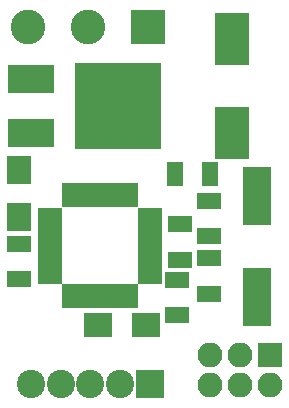
<source format=gbr>
G04 #@! TF.FileFunction,Soldermask,Top*
%FSLAX46Y46*%
G04 Gerber Fmt 4.6, Leading zero omitted, Abs format (unit mm)*
G04 Created by KiCad (PCBNEW 4.0.2-stable) date 2018-11-15 20:30:23*
%MOMM*%
G01*
G04 APERTURE LIST*
%ADD10C,0.100000*%
%ADD11R,3.900000X2.400000*%
%ADD12R,7.400000X7.400000*%
%ADD13R,2.400000X2.400000*%
%ADD14C,2.400000*%
%ADD15R,2.900000X4.400000*%
%ADD16R,2.000000X1.400000*%
%ADD17R,1.400000X2.000000*%
%ADD18R,2.400000X2.100000*%
%ADD19R,2.100000X2.400000*%
%ADD20R,2.000000X0.950000*%
%ADD21R,0.950000X2.000000*%
%ADD22R,2.400000X4.900000*%
%ADD23R,2.100000X2.100000*%
%ADD24O,2.100000X2.100000*%
%ADD25R,2.940000X2.940000*%
%ADD26C,2.940000*%
G04 APERTURE END LIST*
D10*
D11*
X105038700Y-55129400D03*
X105038700Y-59709400D03*
D12*
X112438700Y-57429400D03*
D13*
X115125500Y-80987900D03*
D14*
X112605500Y-80987900D03*
X110105500Y-80987900D03*
X107605500Y-80987900D03*
X105105500Y-80987900D03*
D15*
X122059700Y-59740300D03*
X122059700Y-51740300D03*
D16*
X117703600Y-70462400D03*
X117703600Y-67462400D03*
D17*
X120257700Y-63169800D03*
X117257700Y-63169800D03*
D16*
X104101900Y-72124700D03*
X104101900Y-69124700D03*
X117436900Y-75172700D03*
X117436900Y-72172700D03*
X120192800Y-70331200D03*
X120192800Y-73331200D03*
X120192800Y-68454400D03*
X120192800Y-65454400D03*
D18*
X110776000Y-75971400D03*
X114776000Y-75971400D03*
D19*
X104089200Y-62846200D03*
X104089200Y-66846200D03*
D20*
X115171800Y-72065800D03*
X115171800Y-71265800D03*
X115171800Y-70465800D03*
X115171800Y-69665800D03*
X115171800Y-68865800D03*
X115171800Y-68065800D03*
X115171800Y-67265800D03*
X115171800Y-66465800D03*
D21*
X113721800Y-65015800D03*
X112921800Y-65015800D03*
X112121800Y-65015800D03*
X111321800Y-65015800D03*
X110521800Y-65015800D03*
X109721800Y-65015800D03*
X108921800Y-65015800D03*
X108121800Y-65015800D03*
D20*
X106671800Y-66465800D03*
X106671800Y-67265800D03*
X106671800Y-68065800D03*
X106671800Y-68865800D03*
X106671800Y-69665800D03*
X106671800Y-70465800D03*
X106671800Y-71265800D03*
X106671800Y-72065800D03*
D21*
X108121800Y-73515800D03*
X108921800Y-73515800D03*
X109721800Y-73515800D03*
X110521800Y-73515800D03*
X111321800Y-73515800D03*
X112121800Y-73515800D03*
X112921800Y-73515800D03*
X113721800Y-73515800D03*
D22*
X124193300Y-73592000D03*
X124193300Y-65092000D03*
D23*
X125323600Y-78536800D03*
D24*
X125323600Y-81076800D03*
X122783600Y-78536800D03*
X122783600Y-81076800D03*
X120243600Y-78536800D03*
X120243600Y-81076800D03*
D25*
X114960400Y-50749200D03*
D26*
X109880400Y-50749200D03*
X104800400Y-50749200D03*
M02*

</source>
